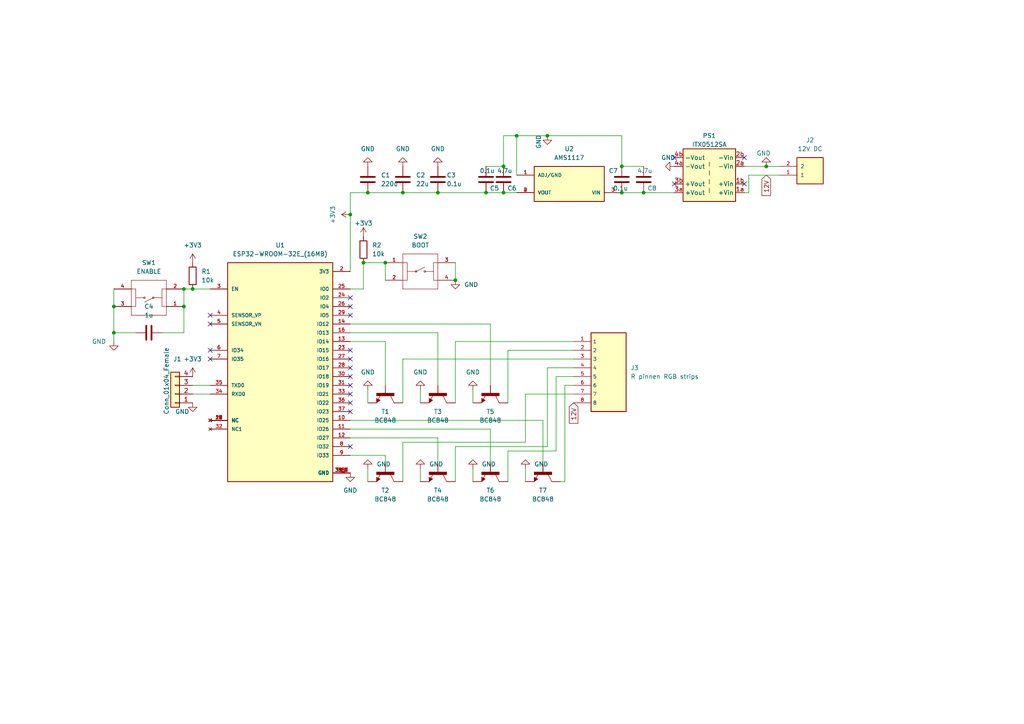
<source format=kicad_sch>
(kicad_sch (version 20211123) (generator eeschema)
  (paper "A4")
  (lib_symbols
    (symbol "1825910-6:1825910-6" (pin_names (offset 1.016) hide)
      (property "Reference" "SW" (at -5.08 5.842 0))
      (property "Value" "1825910-6" (at -5.08 -7.62 0))
      (symbol "1825910-6_0_0"
        (circle (center -1.27 0) (radius 0.254) (stroke (width 0.127)))
        (polyline (pts (xy -5.08 -5.08) (xy 5.08 -5.08)) (stroke (width 0.127)))
        (polyline (pts (xy -5.08 -2.54) (xy -5.08 -5.08)) (stroke (width 0.127)))
        (polyline (pts (xy -5.08 2.54) (xy -5.08 -2.54)) (stroke (width 0.127)))
        (polyline (pts (xy -5.08 2.54) (xy -3.81 2.54)) (stroke (width 0.127)))
        (polyline (pts (xy -5.08 5.08) (xy -5.08 2.54)) (stroke (width 0.127)))
        (polyline (pts (xy -5.08 5.08) (xy 5.08 5.08)) (stroke (width 0.127)))
        (polyline (pts (xy -3.81 -2.54) (xy -5.08 -2.54)) (stroke (width 0.127)))
        (polyline (pts (xy -3.81 0) (xy -3.81 -2.54)) (stroke (width 0.127)))
        (polyline (pts (xy -3.81 0) (xy -1.27 0)) (stroke (width 0.127)))
        (polyline (pts (xy -3.81 2.54) (xy -3.81 0)) (stroke (width 0.127)))
        (polyline (pts (xy -1.27 0) (xy 1.27 1.27)) (stroke (width 0.127)))
        (polyline (pts (xy 1.27 0) (xy 3.81 0)) (stroke (width 0.127)))
        (polyline (pts (xy 3.81 -2.54) (xy 5.08 -2.54)) (stroke (width 0.127)))
        (polyline (pts (xy 3.81 0) (xy 3.81 -2.54)) (stroke (width 0.127)))
        (polyline (pts (xy 3.81 0) (xy 3.81 2.54)) (stroke (width 0.127)))
        (polyline (pts (xy 3.81 2.54) (xy 5.08 2.54)) (stroke (width 0.127)))
        (polyline (pts (xy 5.08 -2.54) (xy 5.08 -5.08)) (stroke (width 0.127)))
        (polyline (pts (xy 5.08 2.54) (xy 5.08 -2.54)) (stroke (width 0.127)))
        (polyline (pts (xy 5.08 5.08) (xy 5.08 2.54)) (stroke (width 0.127)))
        (circle (center 1.27 0) (radius 0.254) (stroke (width 0.127)))
        (pin passive line (at -10.16 2.54 0) (length 5.08) (name "~") (number "1"))
        (pin passive line (at -10.16 -2.54 0) (length 5.08) (name "~") (number "2"))
        (pin passive line (at 10.16 2.54 180) (length 5.08) (name "~") (number "3"))
        (pin passive line (at 10.16 -2.54 180) (length 5.08) (name "~") (number "4"))
      )
    )
    (symbol "282841-2:282841-2" (pin_names (offset 1.016))
      (property "Reference" "J" (at 0 10.16 0))
      (property "Value" "282841-2" (at 0 -7.62 0))
      (symbol "282841-2_0_0"
        (rectangle (start -5.08 -2.54) (end 2.54 5.08) (stroke (width 0.254)) (fill (type background)))
        (pin passive line (at -10.16 2.54 0) (length 5.08) (name "1") (number "1"))
        (pin passive line (at -10.16 0 0) (length 5.08) (name "2") (number "2"))
      )
    )
    (symbol "282841-5:8_pin_connector"
      (property "Reference" "U" (at -5.08 12.7 0))
      (property "Value" "8_pin_connector" (at 0 -13.97 0))
      (symbol "8_pin_connector_0_0"
        (pin passive line (at -10.16 8.89 0) (length 5.08) (name "1") (number "1"))
        (pin passive line (at -10.16 6.35 0) (length 5.08) (name "2") (number "2"))
        (pin passive line (at -10.16 3.81 0) (length 5.08) (name "3") (number "3"))
        (pin passive line (at -10.16 1.27 0) (length 5.08) (name "4") (number "4"))
        (pin passive line (at -10.16 -1.27 0) (length 5.08) (name "5") (number "5"))
        (pin passive line (at -10.16 -3.81 0) (length 5.08) (name "6") (number "6"))
        (pin passive line (at -10.16 -6.35 0) (length 5.08) (name "7") (number "7"))
        (pin passive line (at -10.16 -8.89 0) (length 5.08) (name "8") (number "8"))
      )
      (symbol "8_pin_connector_0_1"
        (rectangle (start -5.08 11.43) (end 5.08 -11.43))
        (rectangle (start -5.08 11.43) (end 5.08 -11.43) (fill (type background)))
        (polyline (pts (xy -5.08 11.43) (xy -5.08 -11.43) (xy 5.08 -11.43) (xy 5.08 11.43) (xy -5.08 11.43)) (stroke (width 0.254)))
      )
    )
    (symbol "AMS1117:AMS1117" (pin_names (offset 1.016))
      (property "Reference" "U" (at -10.16 5.588 0))
      (property "Value" "AMS1117" (at -10.16 -8.128 0))
      (symbol "AMS1117_0_0"
        (rectangle (start -10.16 -5.08) (end 10.16 5.08) (stroke (width 0.254)) (fill (type background)))
        (pin power_in line (at 15.24 -2.54 180) (length 5.08) (name "ADJ/GND") (number "1"))
        (pin output line (at 15.24 2.54 180) (length 5.08) (name "VOUT") (number "2"))
        (pin input line (at -15.24 2.54 0) (length 5.08) (name "VIN") (number "3"))
        (pin output line (at 15.24 2.54 180) (length 5.08) (name "VOUT") (number "4"))
      )
    )
    (symbol "BC848:BC848" (pin_numbers hide) (pin_names (offset 1.016) hide)
      (property "Reference" "T" (at -10.1854 7.6454 0))
      (property "Value" "BC848" (at -10.16 5.08 0))
      (symbol "BC848_0_0"
        (rectangle (start -0.254 -2.54) (end 0.508 2.54) (fill (type outline)))
        (polyline (pts (xy 1.27 -2.54) (xy 1.778 -1.524)) (stroke (width 0.1524)))
        (polyline (pts (xy 1.524 -2.413) (xy 2.286 -2.413)) (stroke (width 0.254)))
        (polyline (pts (xy 1.524 -2.286) (xy 1.905 -2.286)) (stroke (width 0.254)))
        (polyline (pts (xy 1.5494 -2.032) (xy 0.3048 -1.4224)) (stroke (width 0.1524)))
        (polyline (pts (xy 1.778 -1.778) (xy 1.524 -2.286)) (stroke (width 0.254)))
        (polyline (pts (xy 1.778 -1.524) (xy 2.54 -2.54)) (stroke (width 0.1524)))
        (polyline (pts (xy 1.905 -2.286) (xy 1.778 -2.032)) (stroke (width 0.254)))
        (polyline (pts (xy 2.286 -2.413) (xy 1.778 -1.778)) (stroke (width 0.254)))
        (polyline (pts (xy 2.54 -2.54) (xy 1.27 -2.54)) (stroke (width 0.1524)))
        (polyline (pts (xy 2.54 2.54) (xy 0.508 1.524)) (stroke (width 0.1524)))
        (pin passive line (at -2.54 0 0) (length 2.54) (name "~") (number "1"))
        (pin passive line (at 2.54 -5.08 90) (length 2.54) (name "~") (number "2"))
        (pin passive line (at 2.54 5.08 270) (length 2.54) (name "~") (number "3"))
      )
    )
    (symbol "Connector_Generic:Conn_01x04" (pin_names (offset 1.016) hide)
      (property "Reference" "J" (at 0 5.08 0))
      (property "Value" "Conn_01x04" (at 0 -7.62 0))
      (symbol "Conn_01x04_1_1"
        (rectangle (start -1.27 -4.953) (end 0 -5.207) (stroke (width 0.1524)))
        (rectangle (start -1.27 -2.413) (end 0 -2.667) (stroke (width 0.1524)))
        (rectangle (start -1.27 0.127) (end 0 -0.127) (stroke (width 0.1524)))
        (rectangle (start -1.27 2.667) (end 0 2.413) (stroke (width 0.1524)))
        (rectangle (start -1.27 3.81) (end 1.27 -6.35) (stroke (width 0.254)) (fill (type background)))
        (pin passive line (at -5.08 2.54 0) (length 3.81) (name "Pin_1") (number "1"))
        (pin passive line (at -5.08 0 0) (length 3.81) (name "Pin_2") (number "2"))
        (pin passive line (at -5.08 -2.54 0) (length 3.81) (name "Pin_3") (number "3"))
        (pin passive line (at -5.08 -5.08 0) (length 3.81) (name "Pin_4") (number "4"))
      )
    )
    (symbol "Converter_DCDC:ITX0512SA"
      (property "Reference" "PS1" (at 0 -11.43 0))
      (property "Value" "ITX0512SA" (at 0 -8.89 0))
      (symbol "ITX0512SA_0_0"
        (pin power_in line (at -10.16 5.08 0) (length 2.54) (name "+Vin") (number "1a"))
        (pin power_in line (at -10.16 2.54 0) (length 2.54) (name "+Vin") (number "1b"))
        (pin power_in line (at -10.16 -2.54 0) (length 2.54) (name "-Vin") (number "2a"))
        (pin power_in line (at -10.16 -5.08 0) (length 2.54) (name "-Vin") (number "2b"))
        (pin power_out line (at 10.16 5.08 180) (length 2.54) (name "+Vout") (number "3a"))
        (pin power_out line (at 10.16 2.54 180) (length 2.54) (name "+Vout") (number "3b"))
        (pin power_out line (at 10.16 -2.54 180) (length 2.54) (name "-Vout") (number "4a"))
        (pin power_out line (at 10.16 -5.08 180) (length 2.54) (name "-Vout") (number "4b"))
      )
      (symbol "ITX0512SA_0_1"
        (rectangle (start -7.62 7.62) (end 7.62 -7.62) (stroke (width 0.254)) (fill (type background)))
        (polyline (pts (xy 0 -2.54) (xy 0 -3.81)))
        (polyline (pts (xy 0 0) (xy 0 -1.27)))
        (polyline (pts (xy 0 2.54) (xy 0 1.27)))
        (polyline (pts (xy 0 5.08) (xy 0 3.81)))
      )
    )
    (symbol "Device:C" (pin_numbers hide) (pin_names (offset 0.254))
      (property "Reference" "C" (at 0.635 2.54 0))
      (property "Value" "C" (at 0.635 -2.54 0))
      (symbol "C_0_1"
        (polyline (pts (xy -2.032 -0.762) (xy 2.032 -0.762)) (stroke (width 0.508)))
        (polyline (pts (xy -2.032 0.762) (xy 2.032 0.762)) (stroke (width 0.508)))
      )
      (symbol "C_1_1"
        (pin passive line (at 0 3.81 270) (length 2.794) (name "~") (number "1"))
        (pin passive line (at 0 -3.81 90) (length 2.794) (name "~") (number "2"))
      )
    )
    (symbol "Device:R" (pin_numbers hide) (pin_names (offset 0))
      (property "Reference" "R" (at 2.032 0 90))
      (property "Value" "R" (at 0 0 90))
      (symbol "R_0_1"
        (rectangle (start -1.016 -2.54) (end 1.016 2.54) (stroke (width 0.254)))
      )
      (symbol "R_1_1"
        (pin passive line (at 0 3.81 270) (length 1.27) (name "~") (number "1"))
        (pin passive line (at 0 -3.81 90) (length 1.27) (name "~") (number "2"))
      )
    )
    (symbol "ESP32-WROOM-32E__16MB_:ESP32-WROOM-32E_(16MB)" (pin_names (offset 1.016))
      (property "Reference" "U" (at -15.24 33.909 0))
      (property "Value" "ESP32-WROOM-32E_(16MB)" (at -15.24 -33.02 0))
      (symbol "ESP32-WROOM-32E_(16MB)_0_0"
        (rectangle (start -15.24 -30.48) (end 15.24 33.02) (stroke (width 0.254)) (fill (type background)))
        (pin power_in line (at 20.32 -27.94 180) (length 5.08) (name "GND") (number "1"))
        (pin bidirectional line (at 20.32 -12.7 180) (length 5.08) (name "IO25") (number "10"))
        (pin bidirectional line (at 20.32 -15.24 180) (length 5.08) (name "IO26") (number "11"))
        (pin bidirectional line (at 20.32 -17.78 180) (length 5.08) (name "IO27") (number "12"))
        (pin bidirectional line (at 20.32 10.16 180) (length 5.08) (name "IO14") (number "13"))
        (pin bidirectional line (at 20.32 15.24 180) (length 5.08) (name "IO12") (number "14"))
        (pin power_in line (at 20.32 -27.94 180) (length 5.08) (name "GND") (number "15"))
        (pin bidirectional line (at 20.32 12.7 180) (length 5.08) (name "IO13") (number "16"))
        (pin no_connect line (at -20.32 -12.7 0) (length 5.08) (name "NC") (number "17"))
        (pin no_connect line (at -20.32 -12.7 0) (length 5.08) (name "NC") (number "18"))
        (pin no_connect line (at -20.32 -12.7 0) (length 5.08) (name "NC") (number "19"))
        (pin power_in line (at 20.32 30.48 180) (length 5.08) (name "3V3") (number "2"))
        (pin no_connect line (at -20.32 -12.7 0) (length 5.08) (name "NC") (number "20"))
        (pin no_connect line (at -20.32 -12.7 0) (length 5.08) (name "NC") (number "21"))
        (pin no_connect line (at -20.32 -12.7 0) (length 5.08) (name "NC") (number "22"))
        (pin bidirectional line (at 20.32 7.62 180) (length 5.08) (name "IO15") (number "23"))
        (pin bidirectional line (at 20.32 22.86 180) (length 5.08) (name "IO2") (number "24"))
        (pin bidirectional line (at 20.32 25.4 180) (length 5.08) (name "IO0") (number "25"))
        (pin bidirectional line (at 20.32 20.32 180) (length 5.08) (name "IO4") (number "26"))
        (pin bidirectional line (at 20.32 5.08 180) (length 5.08) (name "IO16") (number "27"))
        (pin bidirectional line (at 20.32 2.54 180) (length 5.08) (name "IO17") (number "28"))
        (pin bidirectional line (at 20.32 17.78 180) (length 5.08) (name "IO5") (number "29"))
        (pin input line (at -20.32 25.4 0) (length 5.08) (name "EN") (number "3"))
        (pin bidirectional line (at 20.32 0 180) (length 5.08) (name "IO18") (number "30"))
        (pin bidirectional line (at 20.32 -2.54 180) (length 5.08) (name "IO19") (number "31"))
        (pin no_connect line (at -20.32 -15.24 0) (length 5.08) (name "NC1") (number "32"))
        (pin bidirectional line (at 20.32 -5.08 180) (length 5.08) (name "IO21") (number "33"))
        (pin bidirectional line (at -20.32 -5.08 0) (length 5.08) (name "RXD0") (number "34"))
        (pin bidirectional line (at -20.32 -2.54 0) (length 5.08) (name "TXD0") (number "35"))
        (pin bidirectional line (at 20.32 -7.62 180) (length 5.08) (name "IO22") (number "36"))
        (pin bidirectional line (at 20.32 -10.16 180) (length 5.08) (name "IO23") (number "37"))
        (pin power_in line (at 20.32 -27.94 180) (length 5.08) (name "GND") (number "38"))
        (pin power_in line (at 20.32 -27.94 180) (length 5.08) (name "GND") (number "39_1"))
        (pin power_in line (at 20.32 -27.94 180) (length 5.08) (name "GND") (number "39_2"))
        (pin power_in line (at 20.32 -27.94 180) (length 5.08) (name "GND") (number "39_3"))
        (pin power_in line (at 20.32 -27.94 180) (length 5.08) (name "GND") (number "39_4"))
        (pin power_in line (at 20.32 -27.94 180) (length 5.08) (name "GND") (number "39_5"))
        (pin power_in line (at 20.32 -27.94 180) (length 5.08) (name "GND") (number "39_6"))
        (pin power_in line (at 20.32 -27.94 180) (length 5.08) (name "GND") (number "39_7"))
        (pin power_in line (at 20.32 -27.94 180) (length 5.08) (name "GND") (number "39_8"))
        (pin power_in line (at 20.32 -27.94 180) (length 5.08) (name "GND") (number "39_9"))
        (pin input line (at -20.32 17.78 0) (length 5.08) (name "SENSOR_VP") (number "4"))
        (pin input line (at -20.32 15.24 0) (length 5.08) (name "SENSOR_VN") (number "5"))
        (pin input line (at -20.32 7.62 0) (length 5.08) (name "IO34") (number "6"))
        (pin input line (at -20.32 5.08 0) (length 5.08) (name "IO35") (number "7"))
        (pin bidirectional line (at 20.32 -20.32 180) (length 5.08) (name "IO32") (number "8"))
        (pin bidirectional line (at 20.32 -22.86 180) (length 5.08) (name "IO33") (number "9"))
      )
    )
    (symbol "power:+3V3" (power) (pin_names (offset 0))
      (property "Value" "+3V3" (at 0 3.556 0))
      (symbol "+3V3_0_1"
        (polyline (pts (xy -0.762 1.27) (xy 0 2.54)))
        (polyline (pts (xy 0 0) (xy 0 2.54)))
        (polyline (pts (xy 0 2.54) (xy 0.762 1.27)))
      )
      (symbol "+3V3_1_1"
        (pin power_in line (at 0 0 90) (length 0) hide (name "+3V3") (number "1"))
      )
    )
    (symbol "power:GND" (power) (pin_names (offset 0))
      (property "Value" "GND" (at 0 -3.81 0))
      (symbol "GND_0_1"
        (polyline (pts (xy 0 0) (xy 0 -1.27) (xy 1.27 -1.27) (xy 0 -2.54) (xy -1.27 -1.27) (xy 0 -1.27)))
      )
      (symbol "GND_1_1"
        (pin power_in line (at 0 0 270) (length 0) hide (name "GND") (number "1"))
      )
    )
  )
  (junction (at 186.69 55.88))
  (junction (at 146.05 55.88))
  (junction (at 132.08 81.28))
  (junction (at 116.84 55.88))
  (junction (at 53.34 83.82))
  (junction (at 158.75 39.37))
  (junction (at 127 55.88))
  (junction (at 53.34 88.9))
  (junction (at 106.68 55.88))
  (junction (at 105.41 76.2))
  (junction (at 140.97 55.88))
  (junction (at 180.34 48.26))
  (junction (at 33.02 96.52))
  (junction (at 111.76 76.2))
  (junction (at 149.86 39.37))
  (junction (at 55.88 83.82))
  (junction (at 101.6 62.23))
  (junction (at 33.02 88.9))
  (junction (at 222.25 48.26))
  (junction (at 146.05 48.26))
  (junction (at 180.34 55.88))
  (no_connect (at 195.58 53.34))
  (no_connect (at 215.9 45.72))
  (no_connect (at 195.58 45.72))
  (no_connect (at 215.9 53.34))
  (no_connect (at 60.96 101.6))
  (no_connect (at 60.96 104.14))
  (no_connect (at 60.96 91.44))
  (no_connect (at 60.96 93.98))
  (no_connect (at 101.6 111.76))
  (no_connect (at 101.6 114.3))
  (no_connect (at 101.6 116.84))
  (no_connect (at 101.6 119.38))
  (no_connect (at 101.6 129.54))
  (no_connect (at 101.6 104.14))
  (no_connect (at 101.6 109.22))
  (no_connect (at 101.6 101.6))
  (no_connect (at 101.6 106.68))
  (no_connect (at 101.6 88.9))
  (no_connect (at 101.6 91.44))
  (no_connect (at 101.6 86.36))
  (wire (pts (xy 158.75 129.54) (xy 158.75 106.68)))
  (wire (pts (xy 101.6 83.82) (xy 105.41 83.82)))
  (wire (pts (xy 132.08 129.54) (xy 158.75 129.54)))
  (wire (pts (xy 116.84 139.7) (xy 116.84 128.27)))
  (wire (pts (xy 105.41 76.2) (xy 105.41 83.82)))
  (wire (pts (xy 33.02 96.52) (xy 33.02 99.06)))
  (wire (pts (xy 127 127) (xy 127 134.62)))
  (wire (pts (xy 116.84 104.14) (xy 166.37 104.14)))
  (wire (pts (xy 33.02 88.9) (xy 33.02 83.82)))
  (wire (pts (xy 53.34 96.52) (xy 53.34 88.9)))
  (wire (pts (xy 106.68 55.88) (xy 116.84 55.88)))
  (wire (pts (xy 111.76 132.08) (xy 111.76 134.62)))
  (wire (pts (xy 137.16 113.03) (xy 137.16 116.84)))
  (wire (pts (xy 105.41 76.2) (xy 111.76 76.2)))
  (wire (pts (xy 146.05 55.88) (xy 149.86 55.88)))
  (wire (pts (xy 121.92 113.03) (xy 121.92 116.84)))
  (wire (pts (xy 163.83 111.76) (xy 166.37 111.76)))
  (wire (pts (xy 111.76 76.2) (xy 111.76 81.28)))
  (wire (pts (xy 55.88 111.76) (xy 60.96 111.76)))
  (wire (pts (xy 180.34 48.26) (xy 180.34 39.37)))
  (wire (pts (xy 132.08 139.7) (xy 132.08 129.54)))
  (wire (pts (xy 140.97 55.88) (xy 146.05 55.88)))
  (wire (pts (xy 101.6 99.06) (xy 111.76 99.06)))
  (wire (pts (xy 157.48 121.92) (xy 157.48 134.62)))
  (wire (pts (xy 161.29 130.81) (xy 161.29 109.22)))
  (wire (pts (xy 149.86 39.37) (xy 146.05 39.37)))
  (wire (pts (xy 142.24 93.98) (xy 142.24 111.76)))
  (wire (pts (xy 33.02 96.52) (xy 39.37 96.52)))
  (wire (pts (xy 147.32 101.6) (xy 166.37 101.6)))
  (wire (pts (xy 215.9 55.88) (xy 217.17 55.88)))
  (wire (pts (xy 137.16 135.89) (xy 137.16 139.7)))
  (wire (pts (xy 116.84 128.27) (xy 152.4 128.27)))
  (wire (pts (xy 101.6 96.52) (xy 127 96.52)))
  (wire (pts (xy 180.34 48.26) (xy 186.69 48.26)))
  (wire (pts (xy 158.75 39.37) (xy 149.86 39.37)))
  (wire (pts (xy 101.6 62.23) (xy 101.6 78.74)))
  (wire (pts (xy 111.76 99.06) (xy 111.76 111.76)))
  (wire (pts (xy 55.88 114.3) (xy 60.96 114.3)))
  (wire (pts (xy 101.6 93.98) (xy 142.24 93.98)))
  (wire (pts (xy 215.9 48.26) (xy 222.25 48.26)))
  (wire (pts (xy 163.83 139.7) (xy 163.83 111.76)))
  (wire (pts (xy 152.4 135.89) (xy 152.4 139.7)))
  (wire (pts (xy 116.84 55.88) (xy 127 55.88)))
  (wire (pts (xy 180.34 39.37) (xy 158.75 39.37)))
  (wire (pts (xy 101.6 132.08) (xy 111.76 132.08)))
  (wire (pts (xy 101.6 55.88) (xy 106.68 55.88)))
  (wire (pts (xy 186.69 55.88) (xy 195.58 55.88)))
  (wire (pts (xy 152.4 128.27) (xy 152.4 114.3)))
  (wire (pts (xy 161.29 109.22) (xy 166.37 109.22)))
  (wire (pts (xy 101.6 55.88) (xy 101.6 62.23)))
  (wire (pts (xy 132.08 99.06) (xy 166.37 99.06)))
  (wire (pts (xy 222.25 48.26) (xy 226.06 48.26)))
  (wire (pts (xy 146.05 39.37) (xy 146.05 48.26)))
  (wire (pts (xy 152.4 114.3) (xy 166.37 114.3)))
  (wire (pts (xy 53.34 88.9) (xy 53.34 83.82)))
  (wire (pts (xy 121.92 135.89) (xy 121.92 139.7)))
  (wire (pts (xy 142.24 124.46) (xy 142.24 134.62)))
  (wire (pts (xy 217.17 55.88) (xy 217.17 50.8)))
  (wire (pts (xy 147.32 139.7) (xy 147.32 130.81)))
  (wire (pts (xy 147.32 116.84) (xy 147.32 101.6)))
  (wire (pts (xy 140.97 48.26) (xy 146.05 48.26)))
  (wire (pts (xy 53.34 83.82) (xy 55.88 83.82)))
  (wire (pts (xy 147.32 130.81) (xy 161.29 130.81)))
  (wire (pts (xy 46.99 96.52) (xy 53.34 96.52)))
  (wire (pts (xy 132.08 116.84) (xy 132.08 99.06)))
  (wire (pts (xy 217.17 50.8) (xy 226.06 50.8)))
  (wire (pts (xy 101.6 127) (xy 127 127)))
  (wire (pts (xy 127 96.52) (xy 127 111.76)))
  (wire (pts (xy 106.68 113.03) (xy 106.68 116.84)))
  (wire (pts (xy 101.6 124.46) (xy 142.24 124.46)))
  (wire (pts (xy 162.56 139.7) (xy 163.83 139.7)))
  (wire (pts (xy 106.68 135.89) (xy 106.68 139.7)))
  (wire (pts (xy 158.75 106.68) (xy 166.37 106.68)))
  (wire (pts (xy 132.08 76.2) (xy 132.08 81.28)))
  (wire (pts (xy 101.6 121.92) (xy 157.48 121.92)))
  (wire (pts (xy 149.86 39.37) (xy 149.86 50.8)))
  (wire (pts (xy 116.84 116.84) (xy 116.84 104.14)))
  (wire (pts (xy 127 55.88) (xy 140.97 55.88)))
  (wire (pts (xy 33.02 88.9) (xy 33.02 96.52)))
  (wire (pts (xy 186.69 55.88) (xy 180.34 55.88)))
  (wire (pts (xy 55.88 83.82) (xy 60.96 83.82)))
  (global_label "12V" (shape input) (at 222.25 50.8 270) (property "Intersheet References" "${INTERSHEET_REFS}" (effects hide)))
  (global_label "12V" (shape input) (at 166.37 116.84 270) (property "Intersheet References" "${INTERSHEET_REFS}" (effects hide)))
  (symbol (lib_id "power:GND") (at 127 48.26 180) (unit 1)
    (property "Reference" "#PWR010" (effects hide))
    (property "Value" "GND" (at 127 43.18 0))
  )
  (symbol (lib_id "Device:R") (at 55.88 80.01 0) (unit 1)
    (property "Reference" "R1" (at 58.42 78.7399 0) (effects (justify left)))
    (property "Value" "10k" (at 58.42 81.2799 0) (effects (justify left)))
    (property "Footprint" "Resistor_SMD:R_0805_2012Metric" (effects hide))
  )
  (symbol (lib_id "power:+3V3") (at 55.88 109.22 0) (unit 1)
    (property "Reference" "#PWR0102" (effects hide))
    (property "Value" "+3V3" (at 55.88 104.14 0))
  )
  (symbol (lib_id "BC848:BC848") (at 111.76 114.3 270) (unit 1)
    (property "Reference" "T1" (at 111.76 119.38 90))
    (property "Value" "BC848" (at 111.76 121.92 90))
    (property "Footprint" "libraries:SOT23" (effects hide))
  )
  (symbol (lib_id "power:GND") (at 132.08 81.28 0) (unit 1)
    (property "Reference" "#PWR0101" (effects hide))
    (property "Value" "GND" (at 134.62 82.5499 0) (effects (justify left)))
  )
  (symbol (lib_id "282841-5:8_pin_connector") (at 176.53 107.95 0) (unit 1)
    (property "Reference" "J3" (at 182.88 106.6799 0) (effects (justify left)))
    (property "Value" "R pinnen RGB strips" (at 182.88 109.2199 0) (effects (justify left)))
    (property "Footprint" "libraries:TE_282841-8" (effects hide))
  )
  (symbol (lib_id "power:GND") (at 222.25 48.26 180) (unit 1)
    (property "Reference" "#PWR0110" (effects hide))
    (property "Value" "GND" (at 223.52 44.45 0) (effects (justify left)))
  )
  (symbol (lib_id "ESP32-WROOM-32E__16MB_:ESP32-WROOM-32E_(16MB)") (at 81.28 109.22 0) (unit 1)
    (property "Reference" "U1" (at 81.28 71.12 0))
    (property "Value" "ESP32-WROOM-32E_(16MB)" (at 81.28 73.66 0))
    (property "Footprint" "libraries:XCVR_ESP32-WROOM-32E_(16MB)" (effects hide))
    (property "PARTREV" "1.4" (effects hide))
    (property "STANDARD" "Manufacturer Recommendations" (effects hide))
    (property "MAXIMUM_PACKAGE_HEIGHT" "3.25mm" (effects hide))
    (property "MANUFACTURER" "Espressif Systems" (effects hide))
  )
  (symbol (lib_id "1825910-6:1825910-6") (at 121.92 78.74 0) (unit 1)
    (property "Reference" "SW2" (at 121.92 68.58 0))
    (property "Value" "BOOT" (at 121.92 71.12 0))
    (property "Footprint" "libraries:SW_1825910-6-4" (effects hide))
    (property "Comment" "1825910-6" (effects hide))
  )
  (symbol (lib_id "BC848:BC848") (at 142.24 137.16 270) (unit 1)
    (property "Reference" "T6" (at 142.24 142.24 90))
    (property "Value" "BC848" (at 142.24 144.78 90))
    (property "Footprint" "libraries:SOT23" (effects hide))
  )
  (symbol (lib_id "Device:C") (at 186.69 52.07 180) (unit 1)
    (property "Reference" "C8" (at 190.5 54.61 0) (effects (justify left)))
    (property "Value" "4.7u" (at 189.23 49.53 0) (effects (justify left)))
    (property "Footprint" "Capacitor_SMD:C_0805_2012Metric" (effects hide))
  )
  (symbol (lib_id "power:+3V3") (at 105.41 68.58 0) (unit 1)
    (property "Reference" "#PWR0106" (effects hide))
    (property "Value" "+3V3" (at 105.41 64.77 0))
  )
  (symbol (lib_id "Device:C") (at 146.05 52.07 180) (unit 1)
    (property "Reference" "C6" (at 149.86 54.61 0) (effects (justify left)))
    (property "Value" "4.7u" (at 148.59 49.53 0) (effects (justify left)))
    (property "Footprint" "Capacitor_SMD:C_0805_2012Metric" (effects hide))
  )
  (symbol (lib_id "Connector_Generic:Conn_01x04") (at 50.8 114.3 180) (unit 1)
    (property "Reference" "J1" (at 51.435 104.14 0))
    (property "Value" "Conn_01x04_Female" (at 48.26 110.49 90))
    (property "Footprint" "Connector_PinHeader_2.54mm:PinHeader_1x04_P2.54mm_Vertical" (effects hide))
  )
  (symbol (lib_id "Device:C") (at 116.84 52.07 180) (unit 1)
    (property "Reference" "C2" (at 120.65 50.7999 0) (effects (justify right)))
    (property "Value" "22u" (at 120.65 53.3399 0) (effects (justify right)))
    (property "Footprint" "Capacitor_SMD:C_0805_2012Metric" (effects hide))
  )
  (symbol (lib_id "power:GND") (at 152.4 135.89 180) (unit 1)
    (property "Reference" "#PWR014" (effects hide))
    (property "Value" "GND" (at 154.94 134.6199 0) (effects (justify right)))
  )
  (symbol (lib_id "282841-2:282841-2") (at 236.22 48.26 0) (mirror x) (unit 1)
    (property "Reference" "J2" (at 234.95 40.64 0))
    (property "Value" "12V DC" (at 234.95 43.18 0))
    (property "Footprint" "libraries:TE_282841-2" (effects hide))
    (property "Comment" "282841-2" (effects hide))
    (property "EU_RoHS_Compliance" "Compliant with Exemptions" (effects hide))
  )
  (symbol (lib_id "power:GND") (at 55.88 116.84 0) (unit 1)
    (property "Reference" "#PWR0103" (effects hide))
    (property "Value" "GND" (at 50.8 119.38 0) (effects (justify left)))
  )
  (symbol (lib_id "power:+3V3") (at 55.88 76.2 0) (unit 1)
    (property "Reference" "#PWR0107" (effects hide))
    (property "Value" "+3V3" (at 55.88 71.12 0))
  )
  (symbol (lib_id "power:GND") (at 137.16 113.03 180) (unit 1)
    (property "Reference" "#PWR011" (effects hide))
    (property "Value" "GND" (at 137.16 107.95 0))
  )
  (symbol (lib_id "power:GND") (at 121.92 113.03 180) (unit 1)
    (property "Reference" "#PWR08" (effects hide))
    (property "Value" "GND" (at 121.92 107.95 0))
  )
  (symbol (lib_id "Device:C") (at 180.34 52.07 0) (unit 1)
    (property "Reference" "C7" (at 176.53 49.53 0) (effects (justify left)))
    (property "Value" "0.1u" (at 177.8 54.61 0) (effects (justify left)))
    (property "Footprint" "Capacitor_SMD:C_0805_2012Metric" (effects hide))
  )
  (symbol (lib_id "power:GND") (at 106.68 135.89 180) (unit 1)
    (property "Reference" "#PWR05" (effects hide))
    (property "Value" "GND" (at 109.22 134.6199 0) (effects (justify right)))
  )
  (symbol (lib_id "power:GND") (at 101.6 137.16 0) (unit 1)
    (property "Reference" "#PWR02" (effects hide))
    (property "Value" "GND" (at 101.6 142.24 0))
  )
  (symbol (lib_id "Converter_DCDC:ITX0512SA") (at 205.74 50.8 180) (unit 1)
    (property "Reference" "PS1" (at 205.74 39.37 0))
    (property "Value" "ITX0512SA" (at 205.74 41.91 0))
    (property "Footprint" "libraries:Buck Converter" (effects hide))
  )
  (symbol (lib_id "BC848:BC848") (at 127 137.16 270) (unit 1)
    (property "Reference" "T4" (at 127 142.24 90))
    (property "Value" "BC848" (at 127 144.78 90))
    (property "Footprint" "libraries:SOT23" (effects hide))
  )
  (symbol (lib_id "power:GND") (at 116.84 48.26 180) (unit 1)
    (property "Reference" "#PWR07" (effects hide))
    (property "Value" "GND" (at 116.84 43.18 0))
  )
  (symbol (lib_id "power:+3V3") (at 101.6 62.23 90) (unit 1)
    (property "Reference" "#PWR0104" (effects hide))
    (property "Value" "+3V3" (at 96.52 59.69 0) (effects (justify right)))
  )
  (symbol (lib_id "BC848:BC848") (at 142.24 114.3 270) (unit 1)
    (property "Reference" "T5" (at 142.24 119.38 90))
    (property "Value" "BC848" (at 142.24 121.92 90))
    (property "Footprint" "libraries:SOT23" (effects hide))
  )
  (symbol (lib_id "AMS1117:AMS1117") (at 165.1 53.34 180) (unit 1)
    (property "Reference" "U2" (at 165.1 43.18 0))
    (property "Value" "AMS1117" (at 165.1 45.72 0))
    (property "Footprint" "libraries:SOT229P700X180-4N" (effects hide))
    (property "MANUFACTURER" "AMS" (effects hide))
    (property "MAXIMUM_PACKAGE_HEIGHT" "1.8mm" (effects hide))
    (property "PARTREV" "N/A" (effects hide))
    (property "STANDARD" "IPC-7351B" (effects hide))
  )
  (symbol (lib_id "BC848:BC848") (at 157.48 137.16 270) (unit 1)
    (property "Reference" "T7" (at 157.48 142.24 90))
    (property "Value" "BC848" (at 157.48 144.78 90))
    (property "Footprint" "libraries:SOT23" (effects hide))
  )
  (symbol (lib_id "Device:C") (at 127 52.07 180) (unit 1)
    (property "Reference" "C3" (at 129.54 50.8 0) (effects (justify right)))
    (property "Value" "0.1u" (at 129.54 53.34 0) (effects (justify right)))
    (property "Footprint" "Capacitor_SMD:C_0805_2012Metric" (effects hide))
  )
  (symbol (lib_id "Device:C") (at 140.97 52.07 180) (unit 1)
    (property "Reference" "C5" (at 144.78 54.61 0) (effects (justify left)))
    (property "Value" "0.1u" (at 143.51 49.53 0) (effects (justify left)))
    (property "Footprint" "Capacitor_SMD:C_0805_2012Metric" (effects hide))
  )
  (symbol (lib_id "Device:R") (at 105.41 72.39 0) (unit 1)
    (property "Reference" "R2" (at 107.95 71.1199 0) (effects (justify left)))
    (property "Value" "10k" (at 107.95 73.6599 0) (effects (justify left)))
    (property "Footprint" "Resistor_SMD:R_0805_2012Metric" (effects hide))
  )
  (symbol (lib_id "BC848:BC848") (at 111.76 137.16 270) (unit 1)
    (property "Reference" "T2" (at 111.76 142.24 90))
    (property "Value" "BC848" (at 111.76 144.78 90))
    (property "Footprint" "libraries:SOT23" (effects hide))
  )
  (symbol (lib_id "Device:C") (at 106.68 52.07 180) (unit 1)
    (property "Reference" "C1" (at 110.49 50.7999 0) (effects (justify right)))
    (property "Value" "220u" (at 110.49 53.3399 0) (effects (justify right)))
    (property "Footprint" "libraries:CAP_EEE0JA101WR" (effects hide))
  )
  (symbol (lib_id "power:GND") (at 195.58 48.26 270) (unit 1)
    (property "Reference" "#PWR0105" (effects hide))
    (property "Value" "GND" (at 191.77 45.72 90) (effects (justify left)))
  )
  (symbol (lib_id "power:GND") (at 106.68 113.03 180) (unit 1)
    (property "Reference" "#PWR04" (effects hide))
    (property "Value" "GND" (at 106.68 107.95 0))
  )
  (symbol (lib_id "BC848:BC848") (at 127 114.3 270) (unit 1)
    (property "Reference" "T3" (at 127 119.38 90))
    (property "Value" "BC848" (at 127 121.92 90))
    (property "Footprint" "libraries:SOT23" (effects hide))
  )
  (symbol (lib_id "power:GND") (at 137.16 135.89 180) (unit 1)
    (property "Reference" "#PWR012" (effects hide))
    (property "Value" "GND" (at 139.7 134.6199 0) (effects (justify right)))
  )
  (symbol (lib_id "power:GND") (at 33.02 99.06 0) (unit 1)
    (property "Reference" "#PWR0108" (effects hide))
    (property "Value" "GND" (at 26.67 99.06 0) (effects (justify left)))
  )
  (symbol (lib_id "power:GND") (at 106.68 48.26 180) (unit 1)
    (property "Reference" "#PWR03" (effects hide))
    (property "Value" "GND" (at 106.68 43.18 0))
  )
  (symbol (lib_id "power:GND") (at 121.92 135.89 180) (unit 1)
    (property "Reference" "#PWR09" (effects hide))
    (property "Value" "GND" (at 124.46 134.6199 0) (effects (justify right)))
  )
  (symbol (lib_id "Device:C") (at 43.18 96.52 90) (unit 1)
    (property "Reference" "C4" (at 43.18 88.9 90))
    (property "Value" "1u" (at 43.18 91.44 90))
    (property "Footprint" "Capacitor_SMD:C_0805_2012Metric" (effects hide))
  )
  (symbol (lib_id "1825910-6:1825910-6") (at 43.18 86.36 180) (unit 1)
    (property "Reference" "SW1" (at 43.18 76.2 0))
    (property "Value" "ENABLE" (at 43.18 78.74 0))
    (property "Footprint" "libraries:SW_1825910-6-4" (effects hide))
    (property "Comment" "1825910-6" (effects hide))
  )
  (symbol (lib_id "power:GND") (at 158.75 39.37 0) (unit 1)
    (property "Reference" "#PWR0109" (effects hide))
    (property "Value" "GND" (at 156.21 43.18 90) (effects (justify left)))
  )
)
</source>
